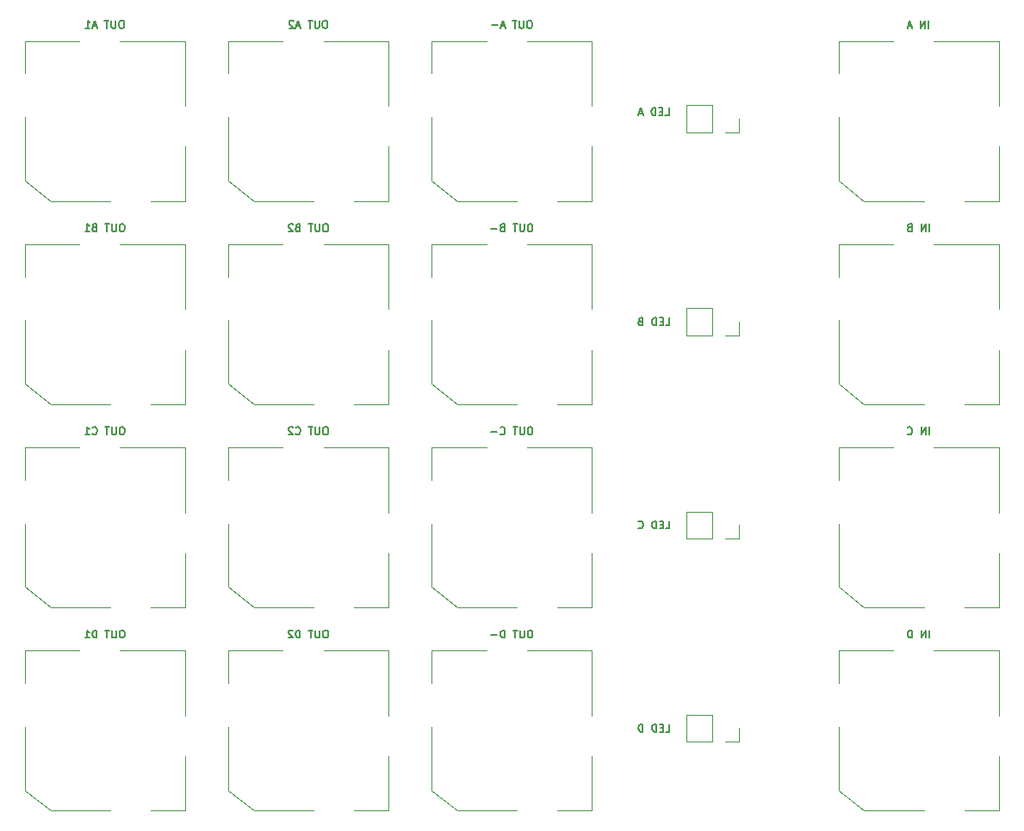
<source format=gbr>
%TF.GenerationSoftware,KiCad,Pcbnew,7.0.2*%
%TF.CreationDate,2024-01-15T01:52:41-05:00*%
%TF.ProjectId,ADSR Main Pcb,41445352-204d-4616-996e-205063622e6b,rev?*%
%TF.SameCoordinates,Original*%
%TF.FileFunction,Legend,Bot*%
%TF.FilePolarity,Positive*%
%FSLAX46Y46*%
G04 Gerber Fmt 4.6, Leading zero omitted, Abs format (unit mm)*
G04 Created by KiCad (PCBNEW 7.0.2) date 2024-01-15 01:52:41*
%MOMM*%
%LPD*%
G01*
G04 APERTURE LIST*
%ADD10C,0.150000*%
%ADD11C,0.120000*%
G04 APERTURE END LIST*
D10*
%TO.C,IN C*%
X136053571Y-151106964D02*
X136053571Y-150356964D01*
X135696428Y-151106964D02*
X135696428Y-150356964D01*
X135696428Y-150356964D02*
X135267857Y-151106964D01*
X135267857Y-151106964D02*
X135267857Y-150356964D01*
X133910714Y-151035535D02*
X133946428Y-151071250D01*
X133946428Y-151071250D02*
X134053571Y-151106964D01*
X134053571Y-151106964D02*
X134124999Y-151106964D01*
X134124999Y-151106964D02*
X134232142Y-151071250D01*
X134232142Y-151071250D02*
X134303571Y-150999821D01*
X134303571Y-150999821D02*
X134339285Y-150928392D01*
X134339285Y-150928392D02*
X134374999Y-150785535D01*
X134374999Y-150785535D02*
X134374999Y-150678392D01*
X134374999Y-150678392D02*
X134339285Y-150535535D01*
X134339285Y-150535535D02*
X134303571Y-150464107D01*
X134303571Y-150464107D02*
X134232142Y-150392678D01*
X134232142Y-150392678D02*
X134124999Y-150356964D01*
X134124999Y-150356964D02*
X134053571Y-150356964D01*
X134053571Y-150356964D02*
X133946428Y-150392678D01*
X133946428Y-150392678D02*
X133910714Y-150428392D01*
%TO.C,OUT D1*%
X56767857Y-170356964D02*
X56625000Y-170356964D01*
X56625000Y-170356964D02*
X56553571Y-170392678D01*
X56553571Y-170392678D02*
X56482143Y-170464107D01*
X56482143Y-170464107D02*
X56446428Y-170606964D01*
X56446428Y-170606964D02*
X56446428Y-170856964D01*
X56446428Y-170856964D02*
X56482143Y-170999821D01*
X56482143Y-170999821D02*
X56553571Y-171071250D01*
X56553571Y-171071250D02*
X56625000Y-171106964D01*
X56625000Y-171106964D02*
X56767857Y-171106964D01*
X56767857Y-171106964D02*
X56839286Y-171071250D01*
X56839286Y-171071250D02*
X56910714Y-170999821D01*
X56910714Y-170999821D02*
X56946428Y-170856964D01*
X56946428Y-170856964D02*
X56946428Y-170606964D01*
X56946428Y-170606964D02*
X56910714Y-170464107D01*
X56910714Y-170464107D02*
X56839286Y-170392678D01*
X56839286Y-170392678D02*
X56767857Y-170356964D01*
X56125000Y-170356964D02*
X56125000Y-170964107D01*
X56125000Y-170964107D02*
X56089286Y-171035535D01*
X56089286Y-171035535D02*
X56053572Y-171071250D01*
X56053572Y-171071250D02*
X55982143Y-171106964D01*
X55982143Y-171106964D02*
X55839286Y-171106964D01*
X55839286Y-171106964D02*
X55767857Y-171071250D01*
X55767857Y-171071250D02*
X55732143Y-171035535D01*
X55732143Y-171035535D02*
X55696429Y-170964107D01*
X55696429Y-170964107D02*
X55696429Y-170356964D01*
X55446429Y-170356964D02*
X55017858Y-170356964D01*
X55232143Y-171106964D02*
X55232143Y-170356964D01*
X54196428Y-171106964D02*
X54196428Y-170356964D01*
X54196428Y-170356964D02*
X54017857Y-170356964D01*
X54017857Y-170356964D02*
X53910714Y-170392678D01*
X53910714Y-170392678D02*
X53839285Y-170464107D01*
X53839285Y-170464107D02*
X53803571Y-170535535D01*
X53803571Y-170535535D02*
X53767857Y-170678392D01*
X53767857Y-170678392D02*
X53767857Y-170785535D01*
X53767857Y-170785535D02*
X53803571Y-170928392D01*
X53803571Y-170928392D02*
X53839285Y-170999821D01*
X53839285Y-170999821D02*
X53910714Y-171071250D01*
X53910714Y-171071250D02*
X54017857Y-171106964D01*
X54017857Y-171106964D02*
X54196428Y-171106964D01*
X53053571Y-171106964D02*
X53482142Y-171106964D01*
X53267857Y-171106964D02*
X53267857Y-170356964D01*
X53267857Y-170356964D02*
X53339285Y-170464107D01*
X53339285Y-170464107D02*
X53410714Y-170535535D01*
X53410714Y-170535535D02*
X53482142Y-170571250D01*
%TO.C,IN B*%
X136053571Y-131106964D02*
X136053571Y-130356964D01*
X135696428Y-131106964D02*
X135696428Y-130356964D01*
X135696428Y-130356964D02*
X135267857Y-131106964D01*
X135267857Y-131106964D02*
X135267857Y-130356964D01*
X134089285Y-130714107D02*
X133982142Y-130749821D01*
X133982142Y-130749821D02*
X133946428Y-130785535D01*
X133946428Y-130785535D02*
X133910714Y-130856964D01*
X133910714Y-130856964D02*
X133910714Y-130964107D01*
X133910714Y-130964107D02*
X133946428Y-131035535D01*
X133946428Y-131035535D02*
X133982142Y-131071250D01*
X133982142Y-131071250D02*
X134053571Y-131106964D01*
X134053571Y-131106964D02*
X134339285Y-131106964D01*
X134339285Y-131106964D02*
X134339285Y-130356964D01*
X134339285Y-130356964D02*
X134089285Y-130356964D01*
X134089285Y-130356964D02*
X134017857Y-130392678D01*
X134017857Y-130392678D02*
X133982142Y-130428392D01*
X133982142Y-130428392D02*
X133946428Y-130499821D01*
X133946428Y-130499821D02*
X133946428Y-130571250D01*
X133946428Y-130571250D02*
X133982142Y-130642678D01*
X133982142Y-130642678D02*
X134017857Y-130678392D01*
X134017857Y-130678392D02*
X134089285Y-130714107D01*
X134089285Y-130714107D02*
X134339285Y-130714107D01*
%TO.C,OUT A-*%
X96821428Y-110356964D02*
X96678571Y-110356964D01*
X96678571Y-110356964D02*
X96607142Y-110392678D01*
X96607142Y-110392678D02*
X96535714Y-110464107D01*
X96535714Y-110464107D02*
X96499999Y-110606964D01*
X96499999Y-110606964D02*
X96499999Y-110856964D01*
X96499999Y-110856964D02*
X96535714Y-110999821D01*
X96535714Y-110999821D02*
X96607142Y-111071250D01*
X96607142Y-111071250D02*
X96678571Y-111106964D01*
X96678571Y-111106964D02*
X96821428Y-111106964D01*
X96821428Y-111106964D02*
X96892857Y-111071250D01*
X96892857Y-111071250D02*
X96964285Y-110999821D01*
X96964285Y-110999821D02*
X96999999Y-110856964D01*
X96999999Y-110856964D02*
X96999999Y-110606964D01*
X96999999Y-110606964D02*
X96964285Y-110464107D01*
X96964285Y-110464107D02*
X96892857Y-110392678D01*
X96892857Y-110392678D02*
X96821428Y-110356964D01*
X96178571Y-110356964D02*
X96178571Y-110964107D01*
X96178571Y-110964107D02*
X96142857Y-111035535D01*
X96142857Y-111035535D02*
X96107143Y-111071250D01*
X96107143Y-111071250D02*
X96035714Y-111106964D01*
X96035714Y-111106964D02*
X95892857Y-111106964D01*
X95892857Y-111106964D02*
X95821428Y-111071250D01*
X95821428Y-111071250D02*
X95785714Y-111035535D01*
X95785714Y-111035535D02*
X95750000Y-110964107D01*
X95750000Y-110964107D02*
X95750000Y-110356964D01*
X95500000Y-110356964D02*
X95071429Y-110356964D01*
X95285714Y-111106964D02*
X95285714Y-110356964D01*
X94285713Y-110892678D02*
X93928571Y-110892678D01*
X94357142Y-111106964D02*
X94107142Y-110356964D01*
X94107142Y-110356964D02*
X93857142Y-111106964D01*
X93607142Y-110821250D02*
X93035714Y-110821250D01*
%TO.C,OUT C2*%
X76767857Y-150356964D02*
X76625000Y-150356964D01*
X76625000Y-150356964D02*
X76553571Y-150392678D01*
X76553571Y-150392678D02*
X76482143Y-150464107D01*
X76482143Y-150464107D02*
X76446428Y-150606964D01*
X76446428Y-150606964D02*
X76446428Y-150856964D01*
X76446428Y-150856964D02*
X76482143Y-150999821D01*
X76482143Y-150999821D02*
X76553571Y-151071250D01*
X76553571Y-151071250D02*
X76625000Y-151106964D01*
X76625000Y-151106964D02*
X76767857Y-151106964D01*
X76767857Y-151106964D02*
X76839286Y-151071250D01*
X76839286Y-151071250D02*
X76910714Y-150999821D01*
X76910714Y-150999821D02*
X76946428Y-150856964D01*
X76946428Y-150856964D02*
X76946428Y-150606964D01*
X76946428Y-150606964D02*
X76910714Y-150464107D01*
X76910714Y-150464107D02*
X76839286Y-150392678D01*
X76839286Y-150392678D02*
X76767857Y-150356964D01*
X76125000Y-150356964D02*
X76125000Y-150964107D01*
X76125000Y-150964107D02*
X76089286Y-151035535D01*
X76089286Y-151035535D02*
X76053572Y-151071250D01*
X76053572Y-151071250D02*
X75982143Y-151106964D01*
X75982143Y-151106964D02*
X75839286Y-151106964D01*
X75839286Y-151106964D02*
X75767857Y-151071250D01*
X75767857Y-151071250D02*
X75732143Y-151035535D01*
X75732143Y-151035535D02*
X75696429Y-150964107D01*
X75696429Y-150964107D02*
X75696429Y-150356964D01*
X75446429Y-150356964D02*
X75017858Y-150356964D01*
X75232143Y-151106964D02*
X75232143Y-150356964D01*
X73767857Y-151035535D02*
X73803571Y-151071250D01*
X73803571Y-151071250D02*
X73910714Y-151106964D01*
X73910714Y-151106964D02*
X73982142Y-151106964D01*
X73982142Y-151106964D02*
X74089285Y-151071250D01*
X74089285Y-151071250D02*
X74160714Y-150999821D01*
X74160714Y-150999821D02*
X74196428Y-150928392D01*
X74196428Y-150928392D02*
X74232142Y-150785535D01*
X74232142Y-150785535D02*
X74232142Y-150678392D01*
X74232142Y-150678392D02*
X74196428Y-150535535D01*
X74196428Y-150535535D02*
X74160714Y-150464107D01*
X74160714Y-150464107D02*
X74089285Y-150392678D01*
X74089285Y-150392678D02*
X73982142Y-150356964D01*
X73982142Y-150356964D02*
X73910714Y-150356964D01*
X73910714Y-150356964D02*
X73803571Y-150392678D01*
X73803571Y-150392678D02*
X73767857Y-150428392D01*
X73482142Y-150428392D02*
X73446428Y-150392678D01*
X73446428Y-150392678D02*
X73375000Y-150356964D01*
X73375000Y-150356964D02*
X73196428Y-150356964D01*
X73196428Y-150356964D02*
X73125000Y-150392678D01*
X73125000Y-150392678D02*
X73089285Y-150428392D01*
X73089285Y-150428392D02*
X73053571Y-150499821D01*
X73053571Y-150499821D02*
X73053571Y-150571250D01*
X73053571Y-150571250D02*
X73089285Y-150678392D01*
X73089285Y-150678392D02*
X73517857Y-151106964D01*
X73517857Y-151106964D02*
X73053571Y-151106964D01*
%TO.C,OUT B1*%
X56767857Y-130356964D02*
X56625000Y-130356964D01*
X56625000Y-130356964D02*
X56553571Y-130392678D01*
X56553571Y-130392678D02*
X56482143Y-130464107D01*
X56482143Y-130464107D02*
X56446428Y-130606964D01*
X56446428Y-130606964D02*
X56446428Y-130856964D01*
X56446428Y-130856964D02*
X56482143Y-130999821D01*
X56482143Y-130999821D02*
X56553571Y-131071250D01*
X56553571Y-131071250D02*
X56625000Y-131106964D01*
X56625000Y-131106964D02*
X56767857Y-131106964D01*
X56767857Y-131106964D02*
X56839286Y-131071250D01*
X56839286Y-131071250D02*
X56910714Y-130999821D01*
X56910714Y-130999821D02*
X56946428Y-130856964D01*
X56946428Y-130856964D02*
X56946428Y-130606964D01*
X56946428Y-130606964D02*
X56910714Y-130464107D01*
X56910714Y-130464107D02*
X56839286Y-130392678D01*
X56839286Y-130392678D02*
X56767857Y-130356964D01*
X56125000Y-130356964D02*
X56125000Y-130964107D01*
X56125000Y-130964107D02*
X56089286Y-131035535D01*
X56089286Y-131035535D02*
X56053572Y-131071250D01*
X56053572Y-131071250D02*
X55982143Y-131106964D01*
X55982143Y-131106964D02*
X55839286Y-131106964D01*
X55839286Y-131106964D02*
X55767857Y-131071250D01*
X55767857Y-131071250D02*
X55732143Y-131035535D01*
X55732143Y-131035535D02*
X55696429Y-130964107D01*
X55696429Y-130964107D02*
X55696429Y-130356964D01*
X55446429Y-130356964D02*
X55017858Y-130356964D01*
X55232143Y-131106964D02*
X55232143Y-130356964D01*
X53946428Y-130714107D02*
X53839285Y-130749821D01*
X53839285Y-130749821D02*
X53803571Y-130785535D01*
X53803571Y-130785535D02*
X53767857Y-130856964D01*
X53767857Y-130856964D02*
X53767857Y-130964107D01*
X53767857Y-130964107D02*
X53803571Y-131035535D01*
X53803571Y-131035535D02*
X53839285Y-131071250D01*
X53839285Y-131071250D02*
X53910714Y-131106964D01*
X53910714Y-131106964D02*
X54196428Y-131106964D01*
X54196428Y-131106964D02*
X54196428Y-130356964D01*
X54196428Y-130356964D02*
X53946428Y-130356964D01*
X53946428Y-130356964D02*
X53875000Y-130392678D01*
X53875000Y-130392678D02*
X53839285Y-130428392D01*
X53839285Y-130428392D02*
X53803571Y-130499821D01*
X53803571Y-130499821D02*
X53803571Y-130571250D01*
X53803571Y-130571250D02*
X53839285Y-130642678D01*
X53839285Y-130642678D02*
X53875000Y-130678392D01*
X53875000Y-130678392D02*
X53946428Y-130714107D01*
X53946428Y-130714107D02*
X54196428Y-130714107D01*
X53053571Y-131106964D02*
X53482142Y-131106964D01*
X53267857Y-131106964D02*
X53267857Y-130356964D01*
X53267857Y-130356964D02*
X53339285Y-130464107D01*
X53339285Y-130464107D02*
X53410714Y-130535535D01*
X53410714Y-130535535D02*
X53482142Y-130571250D01*
%TO.C,OUT A1*%
X56714285Y-110356964D02*
X56571428Y-110356964D01*
X56571428Y-110356964D02*
X56499999Y-110392678D01*
X56499999Y-110392678D02*
X56428571Y-110464107D01*
X56428571Y-110464107D02*
X56392856Y-110606964D01*
X56392856Y-110606964D02*
X56392856Y-110856964D01*
X56392856Y-110856964D02*
X56428571Y-110999821D01*
X56428571Y-110999821D02*
X56499999Y-111071250D01*
X56499999Y-111071250D02*
X56571428Y-111106964D01*
X56571428Y-111106964D02*
X56714285Y-111106964D01*
X56714285Y-111106964D02*
X56785714Y-111071250D01*
X56785714Y-111071250D02*
X56857142Y-110999821D01*
X56857142Y-110999821D02*
X56892856Y-110856964D01*
X56892856Y-110856964D02*
X56892856Y-110606964D01*
X56892856Y-110606964D02*
X56857142Y-110464107D01*
X56857142Y-110464107D02*
X56785714Y-110392678D01*
X56785714Y-110392678D02*
X56714285Y-110356964D01*
X56071428Y-110356964D02*
X56071428Y-110964107D01*
X56071428Y-110964107D02*
X56035714Y-111035535D01*
X56035714Y-111035535D02*
X56000000Y-111071250D01*
X56000000Y-111071250D02*
X55928571Y-111106964D01*
X55928571Y-111106964D02*
X55785714Y-111106964D01*
X55785714Y-111106964D02*
X55714285Y-111071250D01*
X55714285Y-111071250D02*
X55678571Y-111035535D01*
X55678571Y-111035535D02*
X55642857Y-110964107D01*
X55642857Y-110964107D02*
X55642857Y-110356964D01*
X55392857Y-110356964D02*
X54964286Y-110356964D01*
X55178571Y-111106964D02*
X55178571Y-110356964D01*
X54178570Y-110892678D02*
X53821428Y-110892678D01*
X54249999Y-111106964D02*
X53999999Y-110356964D01*
X53999999Y-110356964D02*
X53749999Y-111106964D01*
X53107142Y-111106964D02*
X53535713Y-111106964D01*
X53321428Y-111106964D02*
X53321428Y-110356964D01*
X53321428Y-110356964D02*
X53392856Y-110464107D01*
X53392856Y-110464107D02*
X53464285Y-110535535D01*
X53464285Y-110535535D02*
X53535713Y-110571250D01*
%TO.C,LED A*%
X110089285Y-119696964D02*
X110446428Y-119696964D01*
X110446428Y-119696964D02*
X110446428Y-118946964D01*
X109839285Y-119304107D02*
X109589285Y-119304107D01*
X109482142Y-119696964D02*
X109839285Y-119696964D01*
X109839285Y-119696964D02*
X109839285Y-118946964D01*
X109839285Y-118946964D02*
X109482142Y-118946964D01*
X109160714Y-119696964D02*
X109160714Y-118946964D01*
X109160714Y-118946964D02*
X108982143Y-118946964D01*
X108982143Y-118946964D02*
X108875000Y-118982678D01*
X108875000Y-118982678D02*
X108803571Y-119054107D01*
X108803571Y-119054107D02*
X108767857Y-119125535D01*
X108767857Y-119125535D02*
X108732143Y-119268392D01*
X108732143Y-119268392D02*
X108732143Y-119375535D01*
X108732143Y-119375535D02*
X108767857Y-119518392D01*
X108767857Y-119518392D02*
X108803571Y-119589821D01*
X108803571Y-119589821D02*
X108875000Y-119661250D01*
X108875000Y-119661250D02*
X108982143Y-119696964D01*
X108982143Y-119696964D02*
X109160714Y-119696964D01*
X107874999Y-119482678D02*
X107517857Y-119482678D01*
X107946428Y-119696964D02*
X107696428Y-118946964D01*
X107696428Y-118946964D02*
X107446428Y-119696964D01*
%TO.C,OUT D2*%
X76767857Y-170356964D02*
X76625000Y-170356964D01*
X76625000Y-170356964D02*
X76553571Y-170392678D01*
X76553571Y-170392678D02*
X76482143Y-170464107D01*
X76482143Y-170464107D02*
X76446428Y-170606964D01*
X76446428Y-170606964D02*
X76446428Y-170856964D01*
X76446428Y-170856964D02*
X76482143Y-170999821D01*
X76482143Y-170999821D02*
X76553571Y-171071250D01*
X76553571Y-171071250D02*
X76625000Y-171106964D01*
X76625000Y-171106964D02*
X76767857Y-171106964D01*
X76767857Y-171106964D02*
X76839286Y-171071250D01*
X76839286Y-171071250D02*
X76910714Y-170999821D01*
X76910714Y-170999821D02*
X76946428Y-170856964D01*
X76946428Y-170856964D02*
X76946428Y-170606964D01*
X76946428Y-170606964D02*
X76910714Y-170464107D01*
X76910714Y-170464107D02*
X76839286Y-170392678D01*
X76839286Y-170392678D02*
X76767857Y-170356964D01*
X76125000Y-170356964D02*
X76125000Y-170964107D01*
X76125000Y-170964107D02*
X76089286Y-171035535D01*
X76089286Y-171035535D02*
X76053572Y-171071250D01*
X76053572Y-171071250D02*
X75982143Y-171106964D01*
X75982143Y-171106964D02*
X75839286Y-171106964D01*
X75839286Y-171106964D02*
X75767857Y-171071250D01*
X75767857Y-171071250D02*
X75732143Y-171035535D01*
X75732143Y-171035535D02*
X75696429Y-170964107D01*
X75696429Y-170964107D02*
X75696429Y-170356964D01*
X75446429Y-170356964D02*
X75017858Y-170356964D01*
X75232143Y-171106964D02*
X75232143Y-170356964D01*
X74196428Y-171106964D02*
X74196428Y-170356964D01*
X74196428Y-170356964D02*
X74017857Y-170356964D01*
X74017857Y-170356964D02*
X73910714Y-170392678D01*
X73910714Y-170392678D02*
X73839285Y-170464107D01*
X73839285Y-170464107D02*
X73803571Y-170535535D01*
X73803571Y-170535535D02*
X73767857Y-170678392D01*
X73767857Y-170678392D02*
X73767857Y-170785535D01*
X73767857Y-170785535D02*
X73803571Y-170928392D01*
X73803571Y-170928392D02*
X73839285Y-170999821D01*
X73839285Y-170999821D02*
X73910714Y-171071250D01*
X73910714Y-171071250D02*
X74017857Y-171106964D01*
X74017857Y-171106964D02*
X74196428Y-171106964D01*
X73482142Y-170428392D02*
X73446428Y-170392678D01*
X73446428Y-170392678D02*
X73375000Y-170356964D01*
X73375000Y-170356964D02*
X73196428Y-170356964D01*
X73196428Y-170356964D02*
X73125000Y-170392678D01*
X73125000Y-170392678D02*
X73089285Y-170428392D01*
X73089285Y-170428392D02*
X73053571Y-170499821D01*
X73053571Y-170499821D02*
X73053571Y-170571250D01*
X73053571Y-170571250D02*
X73089285Y-170678392D01*
X73089285Y-170678392D02*
X73517857Y-171106964D01*
X73517857Y-171106964D02*
X73053571Y-171106964D01*
%TO.C,LED D*%
X110142856Y-180346964D02*
X110499999Y-180346964D01*
X110499999Y-180346964D02*
X110499999Y-179596964D01*
X109892856Y-179954107D02*
X109642856Y-179954107D01*
X109535713Y-180346964D02*
X109892856Y-180346964D01*
X109892856Y-180346964D02*
X109892856Y-179596964D01*
X109892856Y-179596964D02*
X109535713Y-179596964D01*
X109214285Y-180346964D02*
X109214285Y-179596964D01*
X109214285Y-179596964D02*
X109035714Y-179596964D01*
X109035714Y-179596964D02*
X108928571Y-179632678D01*
X108928571Y-179632678D02*
X108857142Y-179704107D01*
X108857142Y-179704107D02*
X108821428Y-179775535D01*
X108821428Y-179775535D02*
X108785714Y-179918392D01*
X108785714Y-179918392D02*
X108785714Y-180025535D01*
X108785714Y-180025535D02*
X108821428Y-180168392D01*
X108821428Y-180168392D02*
X108857142Y-180239821D01*
X108857142Y-180239821D02*
X108928571Y-180311250D01*
X108928571Y-180311250D02*
X109035714Y-180346964D01*
X109035714Y-180346964D02*
X109214285Y-180346964D01*
X107892856Y-180346964D02*
X107892856Y-179596964D01*
X107892856Y-179596964D02*
X107714285Y-179596964D01*
X107714285Y-179596964D02*
X107607142Y-179632678D01*
X107607142Y-179632678D02*
X107535713Y-179704107D01*
X107535713Y-179704107D02*
X107499999Y-179775535D01*
X107499999Y-179775535D02*
X107464285Y-179918392D01*
X107464285Y-179918392D02*
X107464285Y-180025535D01*
X107464285Y-180025535D02*
X107499999Y-180168392D01*
X107499999Y-180168392D02*
X107535713Y-180239821D01*
X107535713Y-180239821D02*
X107607142Y-180311250D01*
X107607142Y-180311250D02*
X107714285Y-180346964D01*
X107714285Y-180346964D02*
X107892856Y-180346964D01*
%TO.C,LED B*%
X110142856Y-140346964D02*
X110499999Y-140346964D01*
X110499999Y-140346964D02*
X110499999Y-139596964D01*
X109892856Y-139954107D02*
X109642856Y-139954107D01*
X109535713Y-140346964D02*
X109892856Y-140346964D01*
X109892856Y-140346964D02*
X109892856Y-139596964D01*
X109892856Y-139596964D02*
X109535713Y-139596964D01*
X109214285Y-140346964D02*
X109214285Y-139596964D01*
X109214285Y-139596964D02*
X109035714Y-139596964D01*
X109035714Y-139596964D02*
X108928571Y-139632678D01*
X108928571Y-139632678D02*
X108857142Y-139704107D01*
X108857142Y-139704107D02*
X108821428Y-139775535D01*
X108821428Y-139775535D02*
X108785714Y-139918392D01*
X108785714Y-139918392D02*
X108785714Y-140025535D01*
X108785714Y-140025535D02*
X108821428Y-140168392D01*
X108821428Y-140168392D02*
X108857142Y-140239821D01*
X108857142Y-140239821D02*
X108928571Y-140311250D01*
X108928571Y-140311250D02*
X109035714Y-140346964D01*
X109035714Y-140346964D02*
X109214285Y-140346964D01*
X107642856Y-139954107D02*
X107535713Y-139989821D01*
X107535713Y-139989821D02*
X107499999Y-140025535D01*
X107499999Y-140025535D02*
X107464285Y-140096964D01*
X107464285Y-140096964D02*
X107464285Y-140204107D01*
X107464285Y-140204107D02*
X107499999Y-140275535D01*
X107499999Y-140275535D02*
X107535713Y-140311250D01*
X107535713Y-140311250D02*
X107607142Y-140346964D01*
X107607142Y-140346964D02*
X107892856Y-140346964D01*
X107892856Y-140346964D02*
X107892856Y-139596964D01*
X107892856Y-139596964D02*
X107642856Y-139596964D01*
X107642856Y-139596964D02*
X107571428Y-139632678D01*
X107571428Y-139632678D02*
X107535713Y-139668392D01*
X107535713Y-139668392D02*
X107499999Y-139739821D01*
X107499999Y-139739821D02*
X107499999Y-139811250D01*
X107499999Y-139811250D02*
X107535713Y-139882678D01*
X107535713Y-139882678D02*
X107571428Y-139918392D01*
X107571428Y-139918392D02*
X107642856Y-139954107D01*
X107642856Y-139954107D02*
X107892856Y-139954107D01*
%TO.C,IN D*%
X136053571Y-171106964D02*
X136053571Y-170356964D01*
X135696428Y-171106964D02*
X135696428Y-170356964D01*
X135696428Y-170356964D02*
X135267857Y-171106964D01*
X135267857Y-171106964D02*
X135267857Y-170356964D01*
X134339285Y-171106964D02*
X134339285Y-170356964D01*
X134339285Y-170356964D02*
X134160714Y-170356964D01*
X134160714Y-170356964D02*
X134053571Y-170392678D01*
X134053571Y-170392678D02*
X133982142Y-170464107D01*
X133982142Y-170464107D02*
X133946428Y-170535535D01*
X133946428Y-170535535D02*
X133910714Y-170678392D01*
X133910714Y-170678392D02*
X133910714Y-170785535D01*
X133910714Y-170785535D02*
X133946428Y-170928392D01*
X133946428Y-170928392D02*
X133982142Y-170999821D01*
X133982142Y-170999821D02*
X134053571Y-171071250D01*
X134053571Y-171071250D02*
X134160714Y-171106964D01*
X134160714Y-171106964D02*
X134339285Y-171106964D01*
%TO.C,OUT C-*%
X96874999Y-150356964D02*
X96732142Y-150356964D01*
X96732142Y-150356964D02*
X96660713Y-150392678D01*
X96660713Y-150392678D02*
X96589285Y-150464107D01*
X96589285Y-150464107D02*
X96553570Y-150606964D01*
X96553570Y-150606964D02*
X96553570Y-150856964D01*
X96553570Y-150856964D02*
X96589285Y-150999821D01*
X96589285Y-150999821D02*
X96660713Y-151071250D01*
X96660713Y-151071250D02*
X96732142Y-151106964D01*
X96732142Y-151106964D02*
X96874999Y-151106964D01*
X96874999Y-151106964D02*
X96946428Y-151071250D01*
X96946428Y-151071250D02*
X97017856Y-150999821D01*
X97017856Y-150999821D02*
X97053570Y-150856964D01*
X97053570Y-150856964D02*
X97053570Y-150606964D01*
X97053570Y-150606964D02*
X97017856Y-150464107D01*
X97017856Y-150464107D02*
X96946428Y-150392678D01*
X96946428Y-150392678D02*
X96874999Y-150356964D01*
X96232142Y-150356964D02*
X96232142Y-150964107D01*
X96232142Y-150964107D02*
X96196428Y-151035535D01*
X96196428Y-151035535D02*
X96160714Y-151071250D01*
X96160714Y-151071250D02*
X96089285Y-151106964D01*
X96089285Y-151106964D02*
X95946428Y-151106964D01*
X95946428Y-151106964D02*
X95874999Y-151071250D01*
X95874999Y-151071250D02*
X95839285Y-151035535D01*
X95839285Y-151035535D02*
X95803571Y-150964107D01*
X95803571Y-150964107D02*
X95803571Y-150356964D01*
X95553571Y-150356964D02*
X95125000Y-150356964D01*
X95339285Y-151106964D02*
X95339285Y-150356964D01*
X93874999Y-151035535D02*
X93910713Y-151071250D01*
X93910713Y-151071250D02*
X94017856Y-151106964D01*
X94017856Y-151106964D02*
X94089284Y-151106964D01*
X94089284Y-151106964D02*
X94196427Y-151071250D01*
X94196427Y-151071250D02*
X94267856Y-150999821D01*
X94267856Y-150999821D02*
X94303570Y-150928392D01*
X94303570Y-150928392D02*
X94339284Y-150785535D01*
X94339284Y-150785535D02*
X94339284Y-150678392D01*
X94339284Y-150678392D02*
X94303570Y-150535535D01*
X94303570Y-150535535D02*
X94267856Y-150464107D01*
X94267856Y-150464107D02*
X94196427Y-150392678D01*
X94196427Y-150392678D02*
X94089284Y-150356964D01*
X94089284Y-150356964D02*
X94017856Y-150356964D01*
X94017856Y-150356964D02*
X93910713Y-150392678D01*
X93910713Y-150392678D02*
X93874999Y-150428392D01*
X93553570Y-150821250D02*
X92982142Y-150821250D01*
%TO.C,OUT B-*%
X96874999Y-130356964D02*
X96732142Y-130356964D01*
X96732142Y-130356964D02*
X96660713Y-130392678D01*
X96660713Y-130392678D02*
X96589285Y-130464107D01*
X96589285Y-130464107D02*
X96553570Y-130606964D01*
X96553570Y-130606964D02*
X96553570Y-130856964D01*
X96553570Y-130856964D02*
X96589285Y-130999821D01*
X96589285Y-130999821D02*
X96660713Y-131071250D01*
X96660713Y-131071250D02*
X96732142Y-131106964D01*
X96732142Y-131106964D02*
X96874999Y-131106964D01*
X96874999Y-131106964D02*
X96946428Y-131071250D01*
X96946428Y-131071250D02*
X97017856Y-130999821D01*
X97017856Y-130999821D02*
X97053570Y-130856964D01*
X97053570Y-130856964D02*
X97053570Y-130606964D01*
X97053570Y-130606964D02*
X97017856Y-130464107D01*
X97017856Y-130464107D02*
X96946428Y-130392678D01*
X96946428Y-130392678D02*
X96874999Y-130356964D01*
X96232142Y-130356964D02*
X96232142Y-130964107D01*
X96232142Y-130964107D02*
X96196428Y-131035535D01*
X96196428Y-131035535D02*
X96160714Y-131071250D01*
X96160714Y-131071250D02*
X96089285Y-131106964D01*
X96089285Y-131106964D02*
X95946428Y-131106964D01*
X95946428Y-131106964D02*
X95874999Y-131071250D01*
X95874999Y-131071250D02*
X95839285Y-131035535D01*
X95839285Y-131035535D02*
X95803571Y-130964107D01*
X95803571Y-130964107D02*
X95803571Y-130356964D01*
X95553571Y-130356964D02*
X95125000Y-130356964D01*
X95339285Y-131106964D02*
X95339285Y-130356964D01*
X94053570Y-130714107D02*
X93946427Y-130749821D01*
X93946427Y-130749821D02*
X93910713Y-130785535D01*
X93910713Y-130785535D02*
X93874999Y-130856964D01*
X93874999Y-130856964D02*
X93874999Y-130964107D01*
X93874999Y-130964107D02*
X93910713Y-131035535D01*
X93910713Y-131035535D02*
X93946427Y-131071250D01*
X93946427Y-131071250D02*
X94017856Y-131106964D01*
X94017856Y-131106964D02*
X94303570Y-131106964D01*
X94303570Y-131106964D02*
X94303570Y-130356964D01*
X94303570Y-130356964D02*
X94053570Y-130356964D01*
X94053570Y-130356964D02*
X93982142Y-130392678D01*
X93982142Y-130392678D02*
X93946427Y-130428392D01*
X93946427Y-130428392D02*
X93910713Y-130499821D01*
X93910713Y-130499821D02*
X93910713Y-130571250D01*
X93910713Y-130571250D02*
X93946427Y-130642678D01*
X93946427Y-130642678D02*
X93982142Y-130678392D01*
X93982142Y-130678392D02*
X94053570Y-130714107D01*
X94053570Y-130714107D02*
X94303570Y-130714107D01*
X93553570Y-130821250D02*
X92982142Y-130821250D01*
%TO.C,IN A*%
X135999999Y-111106964D02*
X135999999Y-110356964D01*
X135642856Y-111106964D02*
X135642856Y-110356964D01*
X135642856Y-110356964D02*
X135214285Y-111106964D01*
X135214285Y-111106964D02*
X135214285Y-110356964D01*
X134321427Y-110892678D02*
X133964285Y-110892678D01*
X134392856Y-111106964D02*
X134142856Y-110356964D01*
X134142856Y-110356964D02*
X133892856Y-111106964D01*
%TO.C,OUT B2*%
X76767857Y-130356964D02*
X76625000Y-130356964D01*
X76625000Y-130356964D02*
X76553571Y-130392678D01*
X76553571Y-130392678D02*
X76482143Y-130464107D01*
X76482143Y-130464107D02*
X76446428Y-130606964D01*
X76446428Y-130606964D02*
X76446428Y-130856964D01*
X76446428Y-130856964D02*
X76482143Y-130999821D01*
X76482143Y-130999821D02*
X76553571Y-131071250D01*
X76553571Y-131071250D02*
X76625000Y-131106964D01*
X76625000Y-131106964D02*
X76767857Y-131106964D01*
X76767857Y-131106964D02*
X76839286Y-131071250D01*
X76839286Y-131071250D02*
X76910714Y-130999821D01*
X76910714Y-130999821D02*
X76946428Y-130856964D01*
X76946428Y-130856964D02*
X76946428Y-130606964D01*
X76946428Y-130606964D02*
X76910714Y-130464107D01*
X76910714Y-130464107D02*
X76839286Y-130392678D01*
X76839286Y-130392678D02*
X76767857Y-130356964D01*
X76125000Y-130356964D02*
X76125000Y-130964107D01*
X76125000Y-130964107D02*
X76089286Y-131035535D01*
X76089286Y-131035535D02*
X76053572Y-131071250D01*
X76053572Y-131071250D02*
X75982143Y-131106964D01*
X75982143Y-131106964D02*
X75839286Y-131106964D01*
X75839286Y-131106964D02*
X75767857Y-131071250D01*
X75767857Y-131071250D02*
X75732143Y-131035535D01*
X75732143Y-131035535D02*
X75696429Y-130964107D01*
X75696429Y-130964107D02*
X75696429Y-130356964D01*
X75446429Y-130356964D02*
X75017858Y-130356964D01*
X75232143Y-131106964D02*
X75232143Y-130356964D01*
X73946428Y-130714107D02*
X73839285Y-130749821D01*
X73839285Y-130749821D02*
X73803571Y-130785535D01*
X73803571Y-130785535D02*
X73767857Y-130856964D01*
X73767857Y-130856964D02*
X73767857Y-130964107D01*
X73767857Y-130964107D02*
X73803571Y-131035535D01*
X73803571Y-131035535D02*
X73839285Y-131071250D01*
X73839285Y-131071250D02*
X73910714Y-131106964D01*
X73910714Y-131106964D02*
X74196428Y-131106964D01*
X74196428Y-131106964D02*
X74196428Y-130356964D01*
X74196428Y-130356964D02*
X73946428Y-130356964D01*
X73946428Y-130356964D02*
X73875000Y-130392678D01*
X73875000Y-130392678D02*
X73839285Y-130428392D01*
X73839285Y-130428392D02*
X73803571Y-130499821D01*
X73803571Y-130499821D02*
X73803571Y-130571250D01*
X73803571Y-130571250D02*
X73839285Y-130642678D01*
X73839285Y-130642678D02*
X73875000Y-130678392D01*
X73875000Y-130678392D02*
X73946428Y-130714107D01*
X73946428Y-130714107D02*
X74196428Y-130714107D01*
X73482142Y-130428392D02*
X73446428Y-130392678D01*
X73446428Y-130392678D02*
X73375000Y-130356964D01*
X73375000Y-130356964D02*
X73196428Y-130356964D01*
X73196428Y-130356964D02*
X73125000Y-130392678D01*
X73125000Y-130392678D02*
X73089285Y-130428392D01*
X73089285Y-130428392D02*
X73053571Y-130499821D01*
X73053571Y-130499821D02*
X73053571Y-130571250D01*
X73053571Y-130571250D02*
X73089285Y-130678392D01*
X73089285Y-130678392D02*
X73517857Y-131106964D01*
X73517857Y-131106964D02*
X73053571Y-131106964D01*
%TO.C,LED C*%
X110142856Y-160346964D02*
X110499999Y-160346964D01*
X110499999Y-160346964D02*
X110499999Y-159596964D01*
X109892856Y-159954107D02*
X109642856Y-159954107D01*
X109535713Y-160346964D02*
X109892856Y-160346964D01*
X109892856Y-160346964D02*
X109892856Y-159596964D01*
X109892856Y-159596964D02*
X109535713Y-159596964D01*
X109214285Y-160346964D02*
X109214285Y-159596964D01*
X109214285Y-159596964D02*
X109035714Y-159596964D01*
X109035714Y-159596964D02*
X108928571Y-159632678D01*
X108928571Y-159632678D02*
X108857142Y-159704107D01*
X108857142Y-159704107D02*
X108821428Y-159775535D01*
X108821428Y-159775535D02*
X108785714Y-159918392D01*
X108785714Y-159918392D02*
X108785714Y-160025535D01*
X108785714Y-160025535D02*
X108821428Y-160168392D01*
X108821428Y-160168392D02*
X108857142Y-160239821D01*
X108857142Y-160239821D02*
X108928571Y-160311250D01*
X108928571Y-160311250D02*
X109035714Y-160346964D01*
X109035714Y-160346964D02*
X109214285Y-160346964D01*
X107464285Y-160275535D02*
X107499999Y-160311250D01*
X107499999Y-160311250D02*
X107607142Y-160346964D01*
X107607142Y-160346964D02*
X107678570Y-160346964D01*
X107678570Y-160346964D02*
X107785713Y-160311250D01*
X107785713Y-160311250D02*
X107857142Y-160239821D01*
X107857142Y-160239821D02*
X107892856Y-160168392D01*
X107892856Y-160168392D02*
X107928570Y-160025535D01*
X107928570Y-160025535D02*
X107928570Y-159918392D01*
X107928570Y-159918392D02*
X107892856Y-159775535D01*
X107892856Y-159775535D02*
X107857142Y-159704107D01*
X107857142Y-159704107D02*
X107785713Y-159632678D01*
X107785713Y-159632678D02*
X107678570Y-159596964D01*
X107678570Y-159596964D02*
X107607142Y-159596964D01*
X107607142Y-159596964D02*
X107499999Y-159632678D01*
X107499999Y-159632678D02*
X107464285Y-159668392D01*
%TO.C,OUT C1*%
X56767857Y-150356964D02*
X56625000Y-150356964D01*
X56625000Y-150356964D02*
X56553571Y-150392678D01*
X56553571Y-150392678D02*
X56482143Y-150464107D01*
X56482143Y-150464107D02*
X56446428Y-150606964D01*
X56446428Y-150606964D02*
X56446428Y-150856964D01*
X56446428Y-150856964D02*
X56482143Y-150999821D01*
X56482143Y-150999821D02*
X56553571Y-151071250D01*
X56553571Y-151071250D02*
X56625000Y-151106964D01*
X56625000Y-151106964D02*
X56767857Y-151106964D01*
X56767857Y-151106964D02*
X56839286Y-151071250D01*
X56839286Y-151071250D02*
X56910714Y-150999821D01*
X56910714Y-150999821D02*
X56946428Y-150856964D01*
X56946428Y-150856964D02*
X56946428Y-150606964D01*
X56946428Y-150606964D02*
X56910714Y-150464107D01*
X56910714Y-150464107D02*
X56839286Y-150392678D01*
X56839286Y-150392678D02*
X56767857Y-150356964D01*
X56125000Y-150356964D02*
X56125000Y-150964107D01*
X56125000Y-150964107D02*
X56089286Y-151035535D01*
X56089286Y-151035535D02*
X56053572Y-151071250D01*
X56053572Y-151071250D02*
X55982143Y-151106964D01*
X55982143Y-151106964D02*
X55839286Y-151106964D01*
X55839286Y-151106964D02*
X55767857Y-151071250D01*
X55767857Y-151071250D02*
X55732143Y-151035535D01*
X55732143Y-151035535D02*
X55696429Y-150964107D01*
X55696429Y-150964107D02*
X55696429Y-150356964D01*
X55446429Y-150356964D02*
X55017858Y-150356964D01*
X55232143Y-151106964D02*
X55232143Y-150356964D01*
X53767857Y-151035535D02*
X53803571Y-151071250D01*
X53803571Y-151071250D02*
X53910714Y-151106964D01*
X53910714Y-151106964D02*
X53982142Y-151106964D01*
X53982142Y-151106964D02*
X54089285Y-151071250D01*
X54089285Y-151071250D02*
X54160714Y-150999821D01*
X54160714Y-150999821D02*
X54196428Y-150928392D01*
X54196428Y-150928392D02*
X54232142Y-150785535D01*
X54232142Y-150785535D02*
X54232142Y-150678392D01*
X54232142Y-150678392D02*
X54196428Y-150535535D01*
X54196428Y-150535535D02*
X54160714Y-150464107D01*
X54160714Y-150464107D02*
X54089285Y-150392678D01*
X54089285Y-150392678D02*
X53982142Y-150356964D01*
X53982142Y-150356964D02*
X53910714Y-150356964D01*
X53910714Y-150356964D02*
X53803571Y-150392678D01*
X53803571Y-150392678D02*
X53767857Y-150428392D01*
X53053571Y-151106964D02*
X53482142Y-151106964D01*
X53267857Y-151106964D02*
X53267857Y-150356964D01*
X53267857Y-150356964D02*
X53339285Y-150464107D01*
X53339285Y-150464107D02*
X53410714Y-150535535D01*
X53410714Y-150535535D02*
X53482142Y-150571250D01*
%TO.C,OUT A2*%
X76714285Y-110356964D02*
X76571428Y-110356964D01*
X76571428Y-110356964D02*
X76499999Y-110392678D01*
X76499999Y-110392678D02*
X76428571Y-110464107D01*
X76428571Y-110464107D02*
X76392856Y-110606964D01*
X76392856Y-110606964D02*
X76392856Y-110856964D01*
X76392856Y-110856964D02*
X76428571Y-110999821D01*
X76428571Y-110999821D02*
X76499999Y-111071250D01*
X76499999Y-111071250D02*
X76571428Y-111106964D01*
X76571428Y-111106964D02*
X76714285Y-111106964D01*
X76714285Y-111106964D02*
X76785714Y-111071250D01*
X76785714Y-111071250D02*
X76857142Y-110999821D01*
X76857142Y-110999821D02*
X76892856Y-110856964D01*
X76892856Y-110856964D02*
X76892856Y-110606964D01*
X76892856Y-110606964D02*
X76857142Y-110464107D01*
X76857142Y-110464107D02*
X76785714Y-110392678D01*
X76785714Y-110392678D02*
X76714285Y-110356964D01*
X76071428Y-110356964D02*
X76071428Y-110964107D01*
X76071428Y-110964107D02*
X76035714Y-111035535D01*
X76035714Y-111035535D02*
X76000000Y-111071250D01*
X76000000Y-111071250D02*
X75928571Y-111106964D01*
X75928571Y-111106964D02*
X75785714Y-111106964D01*
X75785714Y-111106964D02*
X75714285Y-111071250D01*
X75714285Y-111071250D02*
X75678571Y-111035535D01*
X75678571Y-111035535D02*
X75642857Y-110964107D01*
X75642857Y-110964107D02*
X75642857Y-110356964D01*
X75392857Y-110356964D02*
X74964286Y-110356964D01*
X75178571Y-111106964D02*
X75178571Y-110356964D01*
X74178570Y-110892678D02*
X73821428Y-110892678D01*
X74249999Y-111106964D02*
X73999999Y-110356964D01*
X73999999Y-110356964D02*
X73749999Y-111106964D01*
X73535713Y-110428392D02*
X73499999Y-110392678D01*
X73499999Y-110392678D02*
X73428571Y-110356964D01*
X73428571Y-110356964D02*
X73249999Y-110356964D01*
X73249999Y-110356964D02*
X73178571Y-110392678D01*
X73178571Y-110392678D02*
X73142856Y-110428392D01*
X73142856Y-110428392D02*
X73107142Y-110499821D01*
X73107142Y-110499821D02*
X73107142Y-110571250D01*
X73107142Y-110571250D02*
X73142856Y-110678392D01*
X73142856Y-110678392D02*
X73571428Y-111106964D01*
X73571428Y-111106964D02*
X73107142Y-111106964D01*
%TO.C,OUT D-*%
X96874999Y-170356964D02*
X96732142Y-170356964D01*
X96732142Y-170356964D02*
X96660713Y-170392678D01*
X96660713Y-170392678D02*
X96589285Y-170464107D01*
X96589285Y-170464107D02*
X96553570Y-170606964D01*
X96553570Y-170606964D02*
X96553570Y-170856964D01*
X96553570Y-170856964D02*
X96589285Y-170999821D01*
X96589285Y-170999821D02*
X96660713Y-171071250D01*
X96660713Y-171071250D02*
X96732142Y-171106964D01*
X96732142Y-171106964D02*
X96874999Y-171106964D01*
X96874999Y-171106964D02*
X96946428Y-171071250D01*
X96946428Y-171071250D02*
X97017856Y-170999821D01*
X97017856Y-170999821D02*
X97053570Y-170856964D01*
X97053570Y-170856964D02*
X97053570Y-170606964D01*
X97053570Y-170606964D02*
X97017856Y-170464107D01*
X97017856Y-170464107D02*
X96946428Y-170392678D01*
X96946428Y-170392678D02*
X96874999Y-170356964D01*
X96232142Y-170356964D02*
X96232142Y-170964107D01*
X96232142Y-170964107D02*
X96196428Y-171035535D01*
X96196428Y-171035535D02*
X96160714Y-171071250D01*
X96160714Y-171071250D02*
X96089285Y-171106964D01*
X96089285Y-171106964D02*
X95946428Y-171106964D01*
X95946428Y-171106964D02*
X95874999Y-171071250D01*
X95874999Y-171071250D02*
X95839285Y-171035535D01*
X95839285Y-171035535D02*
X95803571Y-170964107D01*
X95803571Y-170964107D02*
X95803571Y-170356964D01*
X95553571Y-170356964D02*
X95125000Y-170356964D01*
X95339285Y-171106964D02*
X95339285Y-170356964D01*
X94303570Y-171106964D02*
X94303570Y-170356964D01*
X94303570Y-170356964D02*
X94124999Y-170356964D01*
X94124999Y-170356964D02*
X94017856Y-170392678D01*
X94017856Y-170392678D02*
X93946427Y-170464107D01*
X93946427Y-170464107D02*
X93910713Y-170535535D01*
X93910713Y-170535535D02*
X93874999Y-170678392D01*
X93874999Y-170678392D02*
X93874999Y-170785535D01*
X93874999Y-170785535D02*
X93910713Y-170928392D01*
X93910713Y-170928392D02*
X93946427Y-170999821D01*
X93946427Y-170999821D02*
X94017856Y-171071250D01*
X94017856Y-171071250D02*
X94124999Y-171106964D01*
X94124999Y-171106964D02*
X94303570Y-171106964D01*
X93553570Y-170821250D02*
X92982142Y-170821250D01*
D11*
%TO.C,IN C*%
X142900000Y-168110000D02*
X142900000Y-162760000D01*
X142900000Y-158760000D02*
X142900000Y-152360000D01*
X142900000Y-152360000D02*
X136500000Y-152360000D01*
X139500000Y-168110000D02*
X142900000Y-168110000D01*
X132500000Y-152360000D02*
X127150000Y-152360000D01*
X129650000Y-168110000D02*
X135500000Y-168110000D01*
X127150000Y-166110000D02*
X129650000Y-168110000D01*
X127150000Y-166060000D02*
X127150000Y-166110000D01*
X127150000Y-159860000D02*
X127150000Y-166060000D01*
X127150000Y-152360000D02*
X127150000Y-155560000D01*
%TO.C,OUT D1*%
X62900000Y-188110000D02*
X62900000Y-182760000D01*
X62900000Y-178760000D02*
X62900000Y-172360000D01*
X62900000Y-172360000D02*
X56500000Y-172360000D01*
X59500000Y-188110000D02*
X62900000Y-188110000D01*
X52500000Y-172360000D02*
X47150000Y-172360000D01*
X49650000Y-188110000D02*
X55500000Y-188110000D01*
X47150000Y-186110000D02*
X49650000Y-188110000D01*
X47150000Y-186060000D02*
X47150000Y-186110000D01*
X47150000Y-179860000D02*
X47150000Y-186060000D01*
X47150000Y-172360000D02*
X47150000Y-175560000D01*
%TO.C,IN B*%
X142900000Y-148110000D02*
X142900000Y-142760000D01*
X142900000Y-138760000D02*
X142900000Y-132360000D01*
X142900000Y-132360000D02*
X136500000Y-132360000D01*
X139500000Y-148110000D02*
X142900000Y-148110000D01*
X132500000Y-132360000D02*
X127150000Y-132360000D01*
X129650000Y-148110000D02*
X135500000Y-148110000D01*
X127150000Y-146110000D02*
X129650000Y-148110000D01*
X127150000Y-146060000D02*
X127150000Y-146110000D01*
X127150000Y-139860000D02*
X127150000Y-146060000D01*
X127150000Y-132360000D02*
X127150000Y-135560000D01*
%TO.C,OUT A-*%
X102900000Y-128110000D02*
X102900000Y-122760000D01*
X102900000Y-118760000D02*
X102900000Y-112360000D01*
X102900000Y-112360000D02*
X96500000Y-112360000D01*
X99500000Y-128110000D02*
X102900000Y-128110000D01*
X92500000Y-112360000D02*
X87150000Y-112360000D01*
X89650000Y-128110000D02*
X95500000Y-128110000D01*
X87150000Y-126110000D02*
X89650000Y-128110000D01*
X87150000Y-126060000D02*
X87150000Y-126110000D01*
X87150000Y-119860000D02*
X87150000Y-126060000D01*
X87150000Y-112360000D02*
X87150000Y-115560000D01*
%TO.C,OUT C2*%
X82900000Y-168110000D02*
X82900000Y-162760000D01*
X82900000Y-158760000D02*
X82900000Y-152360000D01*
X82900000Y-152360000D02*
X76500000Y-152360000D01*
X79500000Y-168110000D02*
X82900000Y-168110000D01*
X72500000Y-152360000D02*
X67150000Y-152360000D01*
X69650000Y-168110000D02*
X75500000Y-168110000D01*
X67150000Y-166110000D02*
X69650000Y-168110000D01*
X67150000Y-166060000D02*
X67150000Y-166110000D01*
X67150000Y-159860000D02*
X67150000Y-166060000D01*
X67150000Y-152360000D02*
X67150000Y-155560000D01*
%TO.C,OUT B1*%
X62900000Y-148110000D02*
X62900000Y-142760000D01*
X62900000Y-138760000D02*
X62900000Y-132360000D01*
X62900000Y-132360000D02*
X56500000Y-132360000D01*
X59500000Y-148110000D02*
X62900000Y-148110000D01*
X52500000Y-132360000D02*
X47150000Y-132360000D01*
X49650000Y-148110000D02*
X55500000Y-148110000D01*
X47150000Y-146110000D02*
X49650000Y-148110000D01*
X47150000Y-146060000D02*
X47150000Y-146110000D01*
X47150000Y-139860000D02*
X47150000Y-146060000D01*
X47150000Y-132360000D02*
X47150000Y-135560000D01*
%TO.C,OUT A1*%
X62900000Y-128110000D02*
X62900000Y-122760000D01*
X62900000Y-118760000D02*
X62900000Y-112360000D01*
X62900000Y-112360000D02*
X56500000Y-112360000D01*
X59500000Y-128110000D02*
X62900000Y-128110000D01*
X52500000Y-112360000D02*
X47150000Y-112360000D01*
X49650000Y-128110000D02*
X55500000Y-128110000D01*
X47150000Y-126110000D02*
X49650000Y-128110000D01*
X47150000Y-126060000D02*
X47150000Y-126110000D01*
X47150000Y-119860000D02*
X47150000Y-126060000D01*
X47150000Y-112360000D02*
X47150000Y-115560000D01*
%TO.C,LED A*%
X117330000Y-121330000D02*
X117330000Y-120000000D01*
X116000000Y-121330000D02*
X117330000Y-121330000D01*
X114730000Y-121330000D02*
X114730000Y-118670000D01*
X114730000Y-121330000D02*
X112130000Y-121330000D01*
X114730000Y-118670000D02*
X112130000Y-118670000D01*
X112130000Y-121330000D02*
X112130000Y-118670000D01*
%TO.C,OUT D2*%
X82900000Y-188110000D02*
X82900000Y-182760000D01*
X82900000Y-178760000D02*
X82900000Y-172360000D01*
X82900000Y-172360000D02*
X76500000Y-172360000D01*
X79500000Y-188110000D02*
X82900000Y-188110000D01*
X72500000Y-172360000D02*
X67150000Y-172360000D01*
X69650000Y-188110000D02*
X75500000Y-188110000D01*
X67150000Y-186110000D02*
X69650000Y-188110000D01*
X67150000Y-186060000D02*
X67150000Y-186110000D01*
X67150000Y-179860000D02*
X67150000Y-186060000D01*
X67150000Y-172360000D02*
X67150000Y-175560000D01*
%TO.C,LED D*%
X117330000Y-181330000D02*
X117330000Y-180000000D01*
X116000000Y-181330000D02*
X117330000Y-181330000D01*
X114730000Y-181330000D02*
X114730000Y-178670000D01*
X114730000Y-181330000D02*
X112130000Y-181330000D01*
X114730000Y-178670000D02*
X112130000Y-178670000D01*
X112130000Y-181330000D02*
X112130000Y-178670000D01*
%TO.C,LED B*%
X117330000Y-141330000D02*
X117330000Y-140000000D01*
X116000000Y-141330000D02*
X117330000Y-141330000D01*
X114730000Y-141330000D02*
X114730000Y-138670000D01*
X114730000Y-141330000D02*
X112130000Y-141330000D01*
X114730000Y-138670000D02*
X112130000Y-138670000D01*
X112130000Y-141330000D02*
X112130000Y-138670000D01*
%TO.C,IN D*%
X142900000Y-188110000D02*
X142900000Y-182760000D01*
X142900000Y-178760000D02*
X142900000Y-172360000D01*
X142900000Y-172360000D02*
X136500000Y-172360000D01*
X139500000Y-188110000D02*
X142900000Y-188110000D01*
X132500000Y-172360000D02*
X127150000Y-172360000D01*
X129650000Y-188110000D02*
X135500000Y-188110000D01*
X127150000Y-186110000D02*
X129650000Y-188110000D01*
X127150000Y-186060000D02*
X127150000Y-186110000D01*
X127150000Y-179860000D02*
X127150000Y-186060000D01*
X127150000Y-172360000D02*
X127150000Y-175560000D01*
%TO.C,OUT C-*%
X102900000Y-168110000D02*
X102900000Y-162760000D01*
X102900000Y-158760000D02*
X102900000Y-152360000D01*
X102900000Y-152360000D02*
X96500000Y-152360000D01*
X99500000Y-168110000D02*
X102900000Y-168110000D01*
X92500000Y-152360000D02*
X87150000Y-152360000D01*
X89650000Y-168110000D02*
X95500000Y-168110000D01*
X87150000Y-166110000D02*
X89650000Y-168110000D01*
X87150000Y-166060000D02*
X87150000Y-166110000D01*
X87150000Y-159860000D02*
X87150000Y-166060000D01*
X87150000Y-152360000D02*
X87150000Y-155560000D01*
%TO.C,OUT B-*%
X102900000Y-148110000D02*
X102900000Y-142760000D01*
X102900000Y-138760000D02*
X102900000Y-132360000D01*
X102900000Y-132360000D02*
X96500000Y-132360000D01*
X99500000Y-148110000D02*
X102900000Y-148110000D01*
X92500000Y-132360000D02*
X87150000Y-132360000D01*
X89650000Y-148110000D02*
X95500000Y-148110000D01*
X87150000Y-146110000D02*
X89650000Y-148110000D01*
X87150000Y-146060000D02*
X87150000Y-146110000D01*
X87150000Y-139860000D02*
X87150000Y-146060000D01*
X87150000Y-132360000D02*
X87150000Y-135560000D01*
%TO.C,IN A*%
X142900000Y-128110000D02*
X142900000Y-122760000D01*
X142900000Y-118760000D02*
X142900000Y-112360000D01*
X142900000Y-112360000D02*
X136500000Y-112360000D01*
X139500000Y-128110000D02*
X142900000Y-128110000D01*
X132500000Y-112360000D02*
X127150000Y-112360000D01*
X129650000Y-128110000D02*
X135500000Y-128110000D01*
X127150000Y-126110000D02*
X129650000Y-128110000D01*
X127150000Y-126060000D02*
X127150000Y-126110000D01*
X127150000Y-119860000D02*
X127150000Y-126060000D01*
X127150000Y-112360000D02*
X127150000Y-115560000D01*
%TO.C,OUT B2*%
X82900000Y-148110000D02*
X82900000Y-142760000D01*
X82900000Y-138760000D02*
X82900000Y-132360000D01*
X82900000Y-132360000D02*
X76500000Y-132360000D01*
X79500000Y-148110000D02*
X82900000Y-148110000D01*
X72500000Y-132360000D02*
X67150000Y-132360000D01*
X69650000Y-148110000D02*
X75500000Y-148110000D01*
X67150000Y-146110000D02*
X69650000Y-148110000D01*
X67150000Y-146060000D02*
X67150000Y-146110000D01*
X67150000Y-139860000D02*
X67150000Y-146060000D01*
X67150000Y-132360000D02*
X67150000Y-135560000D01*
%TO.C,LED C*%
X117330000Y-161330000D02*
X117330000Y-160000000D01*
X116000000Y-161330000D02*
X117330000Y-161330000D01*
X114730000Y-161330000D02*
X114730000Y-158670000D01*
X114730000Y-161330000D02*
X112130000Y-161330000D01*
X114730000Y-158670000D02*
X112130000Y-158670000D01*
X112130000Y-161330000D02*
X112130000Y-158670000D01*
%TO.C,OUT C1*%
X62900000Y-168110000D02*
X62900000Y-162760000D01*
X62900000Y-158760000D02*
X62900000Y-152360000D01*
X62900000Y-152360000D02*
X56500000Y-152360000D01*
X59500000Y-168110000D02*
X62900000Y-168110000D01*
X52500000Y-152360000D02*
X47150000Y-152360000D01*
X49650000Y-168110000D02*
X55500000Y-168110000D01*
X47150000Y-166110000D02*
X49650000Y-168110000D01*
X47150000Y-166060000D02*
X47150000Y-166110000D01*
X47150000Y-159860000D02*
X47150000Y-166060000D01*
X47150000Y-152360000D02*
X47150000Y-155560000D01*
%TO.C,OUT A2*%
X82900000Y-128110000D02*
X82900000Y-122760000D01*
X82900000Y-118760000D02*
X82900000Y-112360000D01*
X82900000Y-112360000D02*
X76500000Y-112360000D01*
X79500000Y-128110000D02*
X82900000Y-128110000D01*
X72500000Y-112360000D02*
X67150000Y-112360000D01*
X69650000Y-128110000D02*
X75500000Y-128110000D01*
X67150000Y-126110000D02*
X69650000Y-128110000D01*
X67150000Y-126060000D02*
X67150000Y-126110000D01*
X67150000Y-119860000D02*
X67150000Y-126060000D01*
X67150000Y-112360000D02*
X67150000Y-115560000D01*
%TO.C,OUT D-*%
X102900000Y-188110000D02*
X102900000Y-182760000D01*
X102900000Y-178760000D02*
X102900000Y-172360000D01*
X102900000Y-172360000D02*
X96500000Y-172360000D01*
X99500000Y-188110000D02*
X102900000Y-188110000D01*
X92500000Y-172360000D02*
X87150000Y-172360000D01*
X89650000Y-188110000D02*
X95500000Y-188110000D01*
X87150000Y-186110000D02*
X89650000Y-188110000D01*
X87150000Y-186060000D02*
X87150000Y-186110000D01*
X87150000Y-179860000D02*
X87150000Y-186060000D01*
X87150000Y-172360000D02*
X87150000Y-175560000D01*
%TD*%
M02*

</source>
